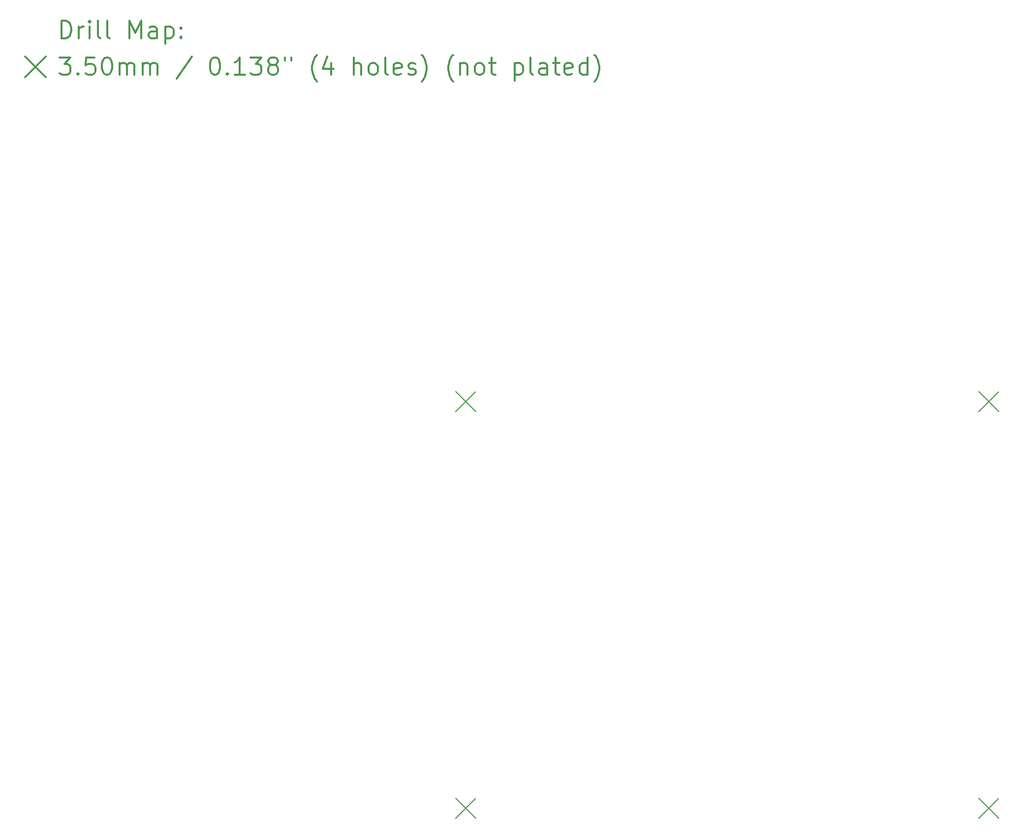
<source format=gbr>
%FSLAX45Y45*%
G04 Gerber Fmt 4.5, Leading zero omitted, Abs format (unit mm)*
G04 Created by KiCad (PCBNEW 4.0.1-stable) date 30/08/2016 2:09:57 p.m.*
%MOMM*%
G01*
G04 APERTURE LIST*
%ADD10C,0.127000*%
%ADD11C,0.200000*%
%ADD12C,0.300000*%
G04 APERTURE END LIST*
D10*
D11*
X325120Y-325882D02*
X675132Y-675894D01*
X675132Y-325882D02*
X325120Y-675894D01*
X325120Y-7325868D02*
X675132Y-7675880D01*
X675132Y-7325868D02*
X325120Y-7675880D01*
X9325102Y-325882D02*
X9675114Y-675894D01*
X9675114Y-325882D02*
X9325102Y-675894D01*
X9325102Y-7325868D02*
X9675114Y-7675880D01*
X9675114Y-7325868D02*
X9325102Y-7675880D01*
D12*
X-6459571Y5757286D02*
X-6459571Y6057286D01*
X-6388143Y6057286D01*
X-6345286Y6043000D01*
X-6316714Y6014429D01*
X-6302429Y5985857D01*
X-6288143Y5928714D01*
X-6288143Y5885857D01*
X-6302429Y5828714D01*
X-6316714Y5800143D01*
X-6345286Y5771571D01*
X-6388143Y5757286D01*
X-6459571Y5757286D01*
X-6159571Y5757286D02*
X-6159571Y5957286D01*
X-6159571Y5900143D02*
X-6145286Y5928714D01*
X-6131000Y5943000D01*
X-6102429Y5957286D01*
X-6073857Y5957286D01*
X-5973857Y5757286D02*
X-5973857Y5957286D01*
X-5973857Y6057286D02*
X-5988143Y6043000D01*
X-5973857Y6028714D01*
X-5959571Y6043000D01*
X-5973857Y6057286D01*
X-5973857Y6028714D01*
X-5788143Y5757286D02*
X-5816714Y5771571D01*
X-5831000Y5800143D01*
X-5831000Y6057286D01*
X-5631000Y5757286D02*
X-5659571Y5771571D01*
X-5673857Y5800143D01*
X-5673857Y6057286D01*
X-5288143Y5757286D02*
X-5288143Y6057286D01*
X-5188143Y5843000D01*
X-5088143Y6057286D01*
X-5088143Y5757286D01*
X-4816714Y5757286D02*
X-4816714Y5914429D01*
X-4831000Y5943000D01*
X-4859571Y5957286D01*
X-4916714Y5957286D01*
X-4945286Y5943000D01*
X-4816714Y5771571D02*
X-4845286Y5757286D01*
X-4916714Y5757286D01*
X-4945286Y5771571D01*
X-4959571Y5800143D01*
X-4959571Y5828714D01*
X-4945286Y5857286D01*
X-4916714Y5871571D01*
X-4845286Y5871571D01*
X-4816714Y5885857D01*
X-4673857Y5957286D02*
X-4673857Y5657286D01*
X-4673857Y5943000D02*
X-4645286Y5957286D01*
X-4588143Y5957286D01*
X-4559571Y5943000D01*
X-4545286Y5928714D01*
X-4531000Y5900143D01*
X-4531000Y5814429D01*
X-4545286Y5785857D01*
X-4559571Y5771571D01*
X-4588143Y5757286D01*
X-4645286Y5757286D01*
X-4673857Y5771571D01*
X-4402429Y5785857D02*
X-4388143Y5771571D01*
X-4402429Y5757286D01*
X-4416714Y5771571D01*
X-4402429Y5785857D01*
X-4402429Y5757286D01*
X-4402429Y5943000D02*
X-4388143Y5928714D01*
X-4402429Y5914429D01*
X-4416714Y5928714D01*
X-4402429Y5943000D01*
X-4402429Y5914429D01*
X-7081012Y5438006D02*
X-6731000Y5087994D01*
X-6731000Y5438006D02*
X-7081012Y5087994D01*
X-6488143Y5427286D02*
X-6302429Y5427286D01*
X-6402429Y5313000D01*
X-6359571Y5313000D01*
X-6331000Y5298714D01*
X-6316714Y5284429D01*
X-6302429Y5255857D01*
X-6302429Y5184429D01*
X-6316714Y5155857D01*
X-6331000Y5141571D01*
X-6359571Y5127286D01*
X-6445286Y5127286D01*
X-6473857Y5141571D01*
X-6488143Y5155857D01*
X-6173857Y5155857D02*
X-6159571Y5141571D01*
X-6173857Y5127286D01*
X-6188143Y5141571D01*
X-6173857Y5155857D01*
X-6173857Y5127286D01*
X-5888143Y5427286D02*
X-6031000Y5427286D01*
X-6045286Y5284429D01*
X-6031000Y5298714D01*
X-6002429Y5313000D01*
X-5931000Y5313000D01*
X-5902429Y5298714D01*
X-5888143Y5284429D01*
X-5873857Y5255857D01*
X-5873857Y5184429D01*
X-5888143Y5155857D01*
X-5902429Y5141571D01*
X-5931000Y5127286D01*
X-6002429Y5127286D01*
X-6031000Y5141571D01*
X-6045286Y5155857D01*
X-5688143Y5427286D02*
X-5659571Y5427286D01*
X-5631000Y5413000D01*
X-5616714Y5398714D01*
X-5602429Y5370143D01*
X-5588143Y5313000D01*
X-5588143Y5241571D01*
X-5602429Y5184429D01*
X-5616714Y5155857D01*
X-5631000Y5141571D01*
X-5659571Y5127286D01*
X-5688143Y5127286D01*
X-5716714Y5141571D01*
X-5731000Y5155857D01*
X-5745286Y5184429D01*
X-5759571Y5241571D01*
X-5759571Y5313000D01*
X-5745286Y5370143D01*
X-5731000Y5398714D01*
X-5716714Y5413000D01*
X-5688143Y5427286D01*
X-5459571Y5127286D02*
X-5459571Y5327286D01*
X-5459571Y5298714D02*
X-5445286Y5313000D01*
X-5416714Y5327286D01*
X-5373857Y5327286D01*
X-5345286Y5313000D01*
X-5331000Y5284429D01*
X-5331000Y5127286D01*
X-5331000Y5284429D02*
X-5316714Y5313000D01*
X-5288143Y5327286D01*
X-5245286Y5327286D01*
X-5216714Y5313000D01*
X-5202429Y5284429D01*
X-5202429Y5127286D01*
X-5059571Y5127286D02*
X-5059571Y5327286D01*
X-5059571Y5298714D02*
X-5045286Y5313000D01*
X-5016714Y5327286D01*
X-4973857Y5327286D01*
X-4945286Y5313000D01*
X-4931000Y5284429D01*
X-4931000Y5127286D01*
X-4931000Y5284429D02*
X-4916714Y5313000D01*
X-4888143Y5327286D01*
X-4845286Y5327286D01*
X-4816714Y5313000D01*
X-4802429Y5284429D01*
X-4802429Y5127286D01*
X-4216714Y5441571D02*
X-4473857Y5055857D01*
X-3831000Y5427286D02*
X-3802429Y5427286D01*
X-3773857Y5413000D01*
X-3759571Y5398714D01*
X-3745286Y5370143D01*
X-3731000Y5313000D01*
X-3731000Y5241571D01*
X-3745286Y5184429D01*
X-3759571Y5155857D01*
X-3773857Y5141571D01*
X-3802429Y5127286D01*
X-3831000Y5127286D01*
X-3859571Y5141571D01*
X-3873857Y5155857D01*
X-3888143Y5184429D01*
X-3902429Y5241571D01*
X-3902429Y5313000D01*
X-3888143Y5370143D01*
X-3873857Y5398714D01*
X-3859571Y5413000D01*
X-3831000Y5427286D01*
X-3602429Y5155857D02*
X-3588143Y5141571D01*
X-3602429Y5127286D01*
X-3616714Y5141571D01*
X-3602429Y5155857D01*
X-3602429Y5127286D01*
X-3302429Y5127286D02*
X-3473857Y5127286D01*
X-3388143Y5127286D02*
X-3388143Y5427286D01*
X-3416714Y5384429D01*
X-3445286Y5355857D01*
X-3473857Y5341571D01*
X-3202429Y5427286D02*
X-3016714Y5427286D01*
X-3116714Y5313000D01*
X-3073857Y5313000D01*
X-3045286Y5298714D01*
X-3031000Y5284429D01*
X-3016714Y5255857D01*
X-3016714Y5184429D01*
X-3031000Y5155857D01*
X-3045286Y5141571D01*
X-3073857Y5127286D01*
X-3159571Y5127286D01*
X-3188143Y5141571D01*
X-3202429Y5155857D01*
X-2845286Y5298714D02*
X-2873857Y5313000D01*
X-2888143Y5327286D01*
X-2902429Y5355857D01*
X-2902429Y5370143D01*
X-2888143Y5398714D01*
X-2873857Y5413000D01*
X-2845286Y5427286D01*
X-2788143Y5427286D01*
X-2759572Y5413000D01*
X-2745286Y5398714D01*
X-2731000Y5370143D01*
X-2731000Y5355857D01*
X-2745286Y5327286D01*
X-2759572Y5313000D01*
X-2788143Y5298714D01*
X-2845286Y5298714D01*
X-2873857Y5284429D01*
X-2888143Y5270143D01*
X-2902429Y5241571D01*
X-2902429Y5184429D01*
X-2888143Y5155857D01*
X-2873857Y5141571D01*
X-2845286Y5127286D01*
X-2788143Y5127286D01*
X-2759572Y5141571D01*
X-2745286Y5155857D01*
X-2731000Y5184429D01*
X-2731000Y5241571D01*
X-2745286Y5270143D01*
X-2759572Y5284429D01*
X-2788143Y5298714D01*
X-2616714Y5427286D02*
X-2616714Y5370143D01*
X-2502429Y5427286D02*
X-2502429Y5370143D01*
X-2059571Y5013000D02*
X-2073857Y5027286D01*
X-2102429Y5070143D01*
X-2116714Y5098714D01*
X-2131000Y5141571D01*
X-2145286Y5213000D01*
X-2145286Y5270143D01*
X-2131000Y5341571D01*
X-2116714Y5384429D01*
X-2102429Y5413000D01*
X-2073857Y5455857D01*
X-2059571Y5470143D01*
X-1816714Y5327286D02*
X-1816714Y5127286D01*
X-1888143Y5441571D02*
X-1959571Y5227286D01*
X-1773857Y5227286D01*
X-1431000Y5127286D02*
X-1431000Y5427286D01*
X-1302429Y5127286D02*
X-1302429Y5284429D01*
X-1316714Y5313000D01*
X-1345286Y5327286D01*
X-1388143Y5327286D01*
X-1416714Y5313000D01*
X-1431000Y5298714D01*
X-1116714Y5127286D02*
X-1145286Y5141571D01*
X-1159572Y5155857D01*
X-1173857Y5184429D01*
X-1173857Y5270143D01*
X-1159572Y5298714D01*
X-1145286Y5313000D01*
X-1116714Y5327286D01*
X-1073857Y5327286D01*
X-1045286Y5313000D01*
X-1031000Y5298714D01*
X-1016714Y5270143D01*
X-1016714Y5184429D01*
X-1031000Y5155857D01*
X-1045286Y5141571D01*
X-1073857Y5127286D01*
X-1116714Y5127286D01*
X-845286Y5127286D02*
X-873857Y5141571D01*
X-888143Y5170143D01*
X-888143Y5427286D01*
X-616714Y5141571D02*
X-645286Y5127286D01*
X-702429Y5127286D01*
X-731000Y5141571D01*
X-745286Y5170143D01*
X-745286Y5284429D01*
X-731000Y5313000D01*
X-702429Y5327286D01*
X-645286Y5327286D01*
X-616714Y5313000D01*
X-602429Y5284429D01*
X-602429Y5255857D01*
X-745286Y5227286D01*
X-488143Y5141571D02*
X-459571Y5127286D01*
X-402429Y5127286D01*
X-373857Y5141571D01*
X-359571Y5170143D01*
X-359571Y5184429D01*
X-373857Y5213000D01*
X-402429Y5227286D01*
X-445286Y5227286D01*
X-473857Y5241571D01*
X-488143Y5270143D01*
X-488143Y5284429D01*
X-473857Y5313000D01*
X-445286Y5327286D01*
X-402429Y5327286D01*
X-373857Y5313000D01*
X-259571Y5013000D02*
X-245286Y5027286D01*
X-216714Y5070143D01*
X-202429Y5098714D01*
X-188143Y5141571D01*
X-173857Y5213000D01*
X-173857Y5270143D01*
X-188143Y5341571D01*
X-202429Y5384429D01*
X-216714Y5413000D01*
X-245286Y5455857D01*
X-259571Y5470143D01*
X283286Y5013000D02*
X269000Y5027286D01*
X240428Y5070143D01*
X226143Y5098714D01*
X211857Y5141571D01*
X197571Y5213000D01*
X197571Y5270143D01*
X211857Y5341571D01*
X226143Y5384429D01*
X240428Y5413000D01*
X269000Y5455857D01*
X283286Y5470143D01*
X397571Y5327286D02*
X397571Y5127286D01*
X397571Y5298714D02*
X411857Y5313000D01*
X440428Y5327286D01*
X483286Y5327286D01*
X511857Y5313000D01*
X526143Y5284429D01*
X526143Y5127286D01*
X711857Y5127286D02*
X683286Y5141571D01*
X669000Y5155857D01*
X654714Y5184429D01*
X654714Y5270143D01*
X669000Y5298714D01*
X683286Y5313000D01*
X711857Y5327286D01*
X754714Y5327286D01*
X783286Y5313000D01*
X797571Y5298714D01*
X811857Y5270143D01*
X811857Y5184429D01*
X797571Y5155857D01*
X783286Y5141571D01*
X754714Y5127286D01*
X711857Y5127286D01*
X897571Y5327286D02*
X1011857Y5327286D01*
X940429Y5427286D02*
X940429Y5170143D01*
X954714Y5141571D01*
X983286Y5127286D01*
X1011857Y5127286D01*
X1340429Y5327286D02*
X1340429Y5027286D01*
X1340429Y5313000D02*
X1369000Y5327286D01*
X1426143Y5327286D01*
X1454714Y5313000D01*
X1469000Y5298714D01*
X1483286Y5270143D01*
X1483286Y5184429D01*
X1469000Y5155857D01*
X1454714Y5141571D01*
X1426143Y5127286D01*
X1369000Y5127286D01*
X1340429Y5141571D01*
X1654714Y5127286D02*
X1626143Y5141571D01*
X1611857Y5170143D01*
X1611857Y5427286D01*
X1897571Y5127286D02*
X1897571Y5284429D01*
X1883286Y5313000D01*
X1854714Y5327286D01*
X1797571Y5327286D01*
X1769000Y5313000D01*
X1897571Y5141571D02*
X1869000Y5127286D01*
X1797571Y5127286D01*
X1769000Y5141571D01*
X1754714Y5170143D01*
X1754714Y5198714D01*
X1769000Y5227286D01*
X1797571Y5241571D01*
X1869000Y5241571D01*
X1897571Y5255857D01*
X1997571Y5327286D02*
X2111857Y5327286D01*
X2040429Y5427286D02*
X2040429Y5170143D01*
X2054714Y5141571D01*
X2083286Y5127286D01*
X2111857Y5127286D01*
X2326143Y5141571D02*
X2297572Y5127286D01*
X2240429Y5127286D01*
X2211857Y5141571D01*
X2197572Y5170143D01*
X2197572Y5284429D01*
X2211857Y5313000D01*
X2240429Y5327286D01*
X2297572Y5327286D01*
X2326143Y5313000D01*
X2340429Y5284429D01*
X2340429Y5255857D01*
X2197572Y5227286D01*
X2597572Y5127286D02*
X2597572Y5427286D01*
X2597572Y5141571D02*
X2569000Y5127286D01*
X2511857Y5127286D01*
X2483286Y5141571D01*
X2469000Y5155857D01*
X2454715Y5184429D01*
X2454715Y5270143D01*
X2469000Y5298714D01*
X2483286Y5313000D01*
X2511857Y5327286D01*
X2569000Y5327286D01*
X2597572Y5313000D01*
X2711857Y5013000D02*
X2726143Y5027286D01*
X2754715Y5070143D01*
X2769000Y5098714D01*
X2783286Y5141571D01*
X2797572Y5213000D01*
X2797572Y5270143D01*
X2783286Y5341571D01*
X2769000Y5384429D01*
X2754715Y5413000D01*
X2726143Y5455857D01*
X2711857Y5470143D01*
M02*

</source>
